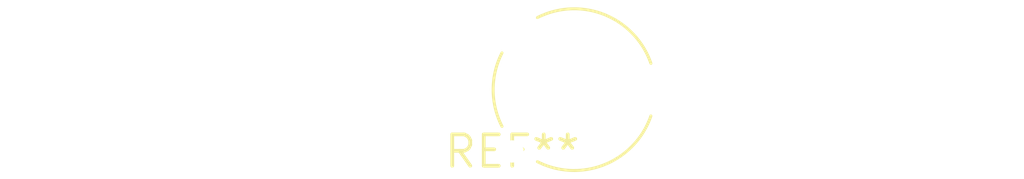
<source format=kicad_pcb>
(kicad_pcb (version 20240108) (generator pcbnew)
  (layers (0 "F.Cu" signal) (31 "B.Cu" signal) (34 "B.Paste" user) (35 "F.Paste" user) (36 "B.SilkS" user "B.Silkscreen") (37 "F.SilkS" user "F.Silkscreen") (38 "B.Mask" user) (39 "F.Mask" user) (44 "Edge.Cuts" user))
  (net 0 "")
  (footprint "Potentiometer_Piher_PT-6-V_Vertical_Hole" (layer "F.Cu") (at 0 0)
    (property "Reference" "REF**")
    (property "Value" "Potentiometer_Piher_PT-6-V_Vertical_Hole")
    (fp_arc (start -0.413387 -1.014798) (mid -0.770114 -2.499325) (end -0.414 -3.984) (layer "F.SilkS") (stroke (width 0.12)))
    (fp_arc (start 1.016032 -5.413829) (mid 3.725524 -5.531609) (end 5.592 -3.564) (layer "F.SilkS") (stroke (width 0.12)))
    (fp_arc (start 2.556863 0.770075) (mid 1.764071 0.686696) (end 1.015 0.414) (layer "F.SilkS") (stroke (width 0.12)))
    (fp_arc (start 5.591846 -1.435392) (mid 4.398899 0.162158) (end 2.5 0.77) (layer "F.SilkS") (stroke (width 0.12)))
    (pad "" np_thru_hole circle (at 2.5 -2.5) (size 2 2) (drill 2) (layers *.Cu *.Mask))
    (pad "1" thru_hole circle (at 0 0) (size 1.62 1.62) (drill 0.9) (layers *.Cu *.Mask) (remove_unused_layers))
    (pad "2" thru_hole circle (at 5 -2.5) (size 1.62 1.62) (drill 0.9) (layers *.Cu *.Mask) (remove_unused_layers))
    (pad "3" thru_hole circle (at 0 -5) (size 1.62 1.62) (drill 0.9) (layers *.Cu *.Mask) (remove_unused_layers))
  )
)
</source>
